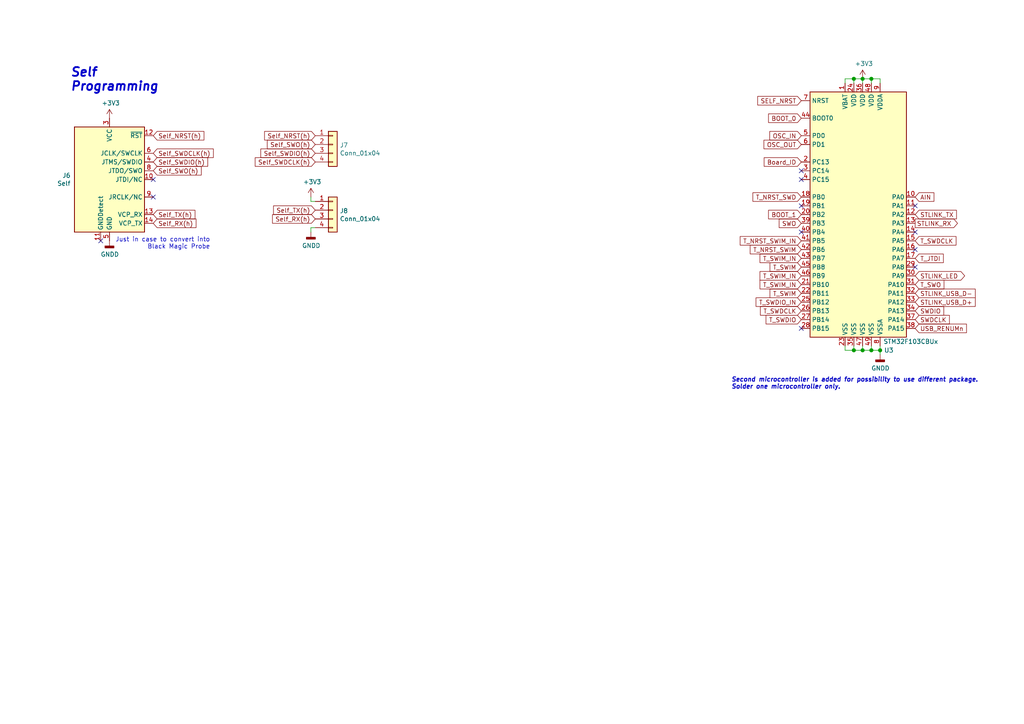
<source format=kicad_sch>
(kicad_sch (version 20210621) (generator eeschema)
  (paper "A4")
  (lib_symbols
    (symbol "Connector:Conn_ST_STDC14"
      (property "Reference" "J" (at -8.89 16.51 0))
      (property "Value" "Conn_ST_STDC14" (at 17.78 16.51 0))
      (symbol "Conn_ST_STDC14_0_1"
        (rectangle (start -10.16 15.24) (end 10.16 -15.24) (stroke (width 0.254)) (fill (type background)))
      )
      (symbol "Conn_ST_STDC14_1_1"
        (pin no_connect line (at -10.16 5.08 0) (length 2.54) hide (name "NC") (number "1"))
        (pin output line (at 12.7 0 180) (length 2.54) (name "JTDI/NC") (number "10"))
        (pin passive line (at -2.54 -17.78 90) (length 2.54) (name "GNDDetect") (number "11"))
        (pin open_collector line (at 12.7 12.7 180) (length 2.54) (name "~{RST}") (number "12"))
        (pin output line (at 12.7 -10.16 180) (length 2.54) (name "VCP_RX") (number "13"))
        (pin input line (at 12.7 -12.7 180) (length 2.54) (name "VCP_TX") (number "14"))
        (pin no_connect line (at -10.16 2.54 0) (length 2.54) hide (name "NC") (number "2"))
        (pin power_in line (at 0 17.78 270) (length 2.54) (name "VCC") (number "3"))
        (pin bidirectional line (at 12.7 5.08 180) (length 2.54) (name "JTMS/SWDIO") (number "4"))
        (pin power_in line (at 0 -17.78 90) (length 2.54) (name "GND") (number "5"))
        (pin output line (at 12.7 7.62 180) (length 2.54) (name "JCLK/SWCLK") (number "6"))
        (pin passive line (at 0 -17.78 90) (length 2.54) hide (name "GND") (number "7"))
        (pin input line (at 12.7 2.54 180) (length 2.54) (name "JTDO/SWO") (number "8"))
        (pin input line (at 12.7 -5.08 180) (length 2.54) (name "JRCLK/NC") (number "9"))
      )
    )
    (symbol "Connector_Generic:Conn_01x04" (pin_names (offset 1.016) hide)
      (property "Reference" "J" (at 0 5.08 0))
      (property "Value" "Conn_01x04" (at 0 -7.62 0))
      (symbol "Conn_01x04_1_1"
        (rectangle (start -1.27 -4.953) (end 0 -5.207) (stroke (width 0.1524)))
        (rectangle (start -1.27 -2.413) (end 0 -2.667) (stroke (width 0.1524)))
        (rectangle (start -1.27 0.127) (end 0 -0.127) (stroke (width 0.1524)))
        (rectangle (start -1.27 2.667) (end 0 2.413) (stroke (width 0.1524)))
        (rectangle (start -1.27 3.81) (end 1.27 -6.35) (stroke (width 0.254)) (fill (type background)))
        (pin passive line (at -5.08 2.54 0) (length 3.81) (name "Pin_1") (number "1"))
        (pin passive line (at -5.08 0 0) (length 3.81) (name "Pin_2") (number "2"))
        (pin passive line (at -5.08 -2.54 0) (length 3.81) (name "Pin_3") (number "3"))
        (pin passive line (at -5.08 -5.08 0) (length 3.81) (name "Pin_4") (number "4"))
      )
    )
    (symbol "MCU_ST_STM32F1:STM32F103CBUx"
      (property "Reference" "U" (at -15.24 36.83 0))
      (property "Value" "STM32F103CBUx" (at 7.62 36.83 0))
      (symbol "STM32F103CBUx_0_1"
        (rectangle (start -15.24 -35.56) (end 12.7 35.56) (stroke (width 0.254)) (fill (type background)))
      )
      (symbol "STM32F103CBUx_1_1"
        (pin power_in line (at -5.08 38.1 270) (length 2.54) (name "VBAT") (number "1"))
        (pin bidirectional line (at 15.24 5.08 180) (length 2.54) (name "PA0") (number "10"))
        (pin bidirectional line (at 15.24 2.54 180) (length 2.54) (name "PA1") (number "11"))
        (pin bidirectional line (at 15.24 0 180) (length 2.54) (name "PA2") (number "12"))
        (pin bidirectional line (at 15.24 -2.54 180) (length 2.54) (name "PA3") (number "13"))
        (pin bidirectional line (at 15.24 -5.08 180) (length 2.54) (name "PA4") (number "14"))
        (pin bidirectional line (at 15.24 -7.62 180) (length 2.54) (name "PA5") (number "15"))
        (pin bidirectional line (at 15.24 -10.16 180) (length 2.54) (name "PA6") (number "16"))
        (pin bidirectional line (at 15.24 -12.7 180) (length 2.54) (name "PA7") (number "17"))
        (pin bidirectional line (at -17.78 5.08 0) (length 2.54) (name "PB0") (number "18"))
        (pin bidirectional line (at -17.78 2.54 0) (length 2.54) (name "PB1") (number "19"))
        (pin bidirectional line (at -17.78 15.24 0) (length 2.54) (name "PC13") (number "2"))
        (pin bidirectional line (at -17.78 0 0) (length 2.54) (name "PB2") (number "20"))
        (pin bidirectional line (at -17.78 -20.32 0) (length 2.54) (name "PB10") (number "21"))
        (pin bidirectional line (at -17.78 -22.86 0) (length 2.54) (name "PB11") (number "22"))
        (pin power_in line (at -5.08 -38.1 90) (length 2.54) (name "VSS") (number "23"))
        (pin power_in line (at -2.54 38.1 270) (length 2.54) (name "VDD") (number "24"))
        (pin bidirectional line (at -17.78 -25.4 0) (length 2.54) (name "PB12") (number "25"))
        (pin bidirectional line (at -17.78 -27.94 0) (length 2.54) (name "PB13") (number "26"))
        (pin bidirectional line (at -17.78 -30.48 0) (length 2.54) (name "PB14") (number "27"))
        (pin bidirectional line (at -17.78 -33.02 0) (length 2.54) (name "PB15") (number "28"))
        (pin bidirectional line (at 15.24 -15.24 180) (length 2.54) (name "PA8") (number "29"))
        (pin bidirectional line (at -17.78 12.7 0) (length 2.54) (name "PC14") (number "3"))
        (pin bidirectional line (at 15.24 -17.78 180) (length 2.54) (name "PA9") (number "30"))
        (pin bidirectional line (at 15.24 -20.32 180) (length 2.54) (name "PA10") (number "31"))
        (pin bidirectional line (at 15.24 -22.86 180) (length 2.54) (name "PA11") (number "32"))
        (pin bidirectional line (at 15.24 -25.4 180) (length 2.54) (name "PA12") (number "33"))
        (pin bidirectional line (at 15.24 -27.94 180) (length 2.54) (name "PA13") (number "34"))
        (pin power_in line (at -2.54 -38.1 90) (length 2.54) (name "VSS") (number "35"))
        (pin power_in line (at 0 38.1 270) (length 2.54) (name "VDD") (number "36"))
        (pin bidirectional line (at 15.24 -30.48 180) (length 2.54) (name "PA14") (number "37"))
        (pin bidirectional line (at 15.24 -33.02 180) (length 2.54) (name "PA15") (number "38"))
        (pin bidirectional line (at -17.78 -2.54 0) (length 2.54) (name "PB3") (number "39"))
        (pin bidirectional line (at -17.78 10.16 0) (length 2.54) (name "PC15") (number "4"))
        (pin bidirectional line (at -17.78 -5.08 0) (length 2.54) (name "PB4") (number "40"))
        (pin bidirectional line (at -17.78 -7.62 0) (length 2.54) (name "PB5") (number "41"))
        (pin bidirectional line (at -17.78 -10.16 0) (length 2.54) (name "PB6") (number "42"))
        (pin bidirectional line (at -17.78 -12.7 0) (length 2.54) (name "PB7") (number "43"))
        (pin input line (at -17.78 27.94 0) (length 2.54) (name "BOOT0") (number "44"))
        (pin bidirectional line (at -17.78 -15.24 0) (length 2.54) (name "PB8") (number "45"))
        (pin bidirectional line (at -17.78 -17.78 0) (length 2.54) (name "PB9") (number "46"))
        (pin power_in line (at 0 -38.1 90) (length 2.54) (name "VSS") (number "47"))
        (pin power_in line (at 2.54 38.1 270) (length 2.54) (name "VDD") (number "48"))
        (pin power_in line (at 2.54 -38.1 90) (length 2.54) (name "VSS") (number "49"))
        (pin input line (at -17.78 22.86 0) (length 2.54) (name "PD0") (number "5"))
        (pin input line (at -17.78 20.32 0) (length 2.54) (name "PD1") (number "6"))
        (pin input line (at -17.78 33.02 0) (length 2.54) (name "NRST") (number "7"))
        (pin power_in line (at 5.08 -38.1 90) (length 2.54) (name "VSSA") (number "8"))
        (pin power_in line (at 5.08 38.1 270) (length 2.54) (name "VDDA") (number "9"))
      )
    )
    (symbol "power:+3.3V" (power) (pin_names (offset 0))
      (property "Value" "+3.3V" (at 0 3.556 0))
      (symbol "+3.3V_0_1"
        (polyline (pts (xy -0.762 1.27) (xy 0 2.54)))
        (polyline (pts (xy 0 0) (xy 0 2.54)))
        (polyline (pts (xy 0 2.54) (xy 0.762 1.27)))
      )
      (symbol "+3.3V_1_1"
        (pin power_in line (at 0 0 90) (length 0) hide (name "+3V3") (number "1"))
      )
    )
    (symbol "power:+3V3" (power) (pin_names (offset 0))
      (property "Value" "+3V3" (at 0 3.556 0))
      (symbol "+3V3_0_1"
        (polyline (pts (xy -0.762 1.27) (xy 0 2.54)))
        (polyline (pts (xy 0 0) (xy 0 2.54)))
        (polyline (pts (xy 0 2.54) (xy 0.762 1.27)))
      )
      (symbol "+3V3_1_1"
        (pin power_in line (at 0 0 90) (length 0) hide (name "+3V3") (number "1"))
      )
    )
    (symbol "power:GNDD" (power) (pin_names (offset 0))
      (property "Value" "GNDD" (at 0 -3.175 0))
      (symbol "GNDD_0_1"
        (rectangle (start -1.27 -1.524) (end 1.27 -2.032) (stroke (width 0.254)) (fill (type outline)))
        (polyline (pts (xy 0 0) (xy 0 -1.524)))
      )
      (symbol "GNDD_1_1"
        (pin power_in line (at 0 0 270) (length 0) hide (name "GNDD") (number "1"))
      )
    )
  )
  (junction (at 247.65 22.86) (diameter 1.016))
  (junction (at 247.65 101.6) (diameter 1.016))
  (junction (at 250.19 22.86) (diameter 1.016))
  (junction (at 250.19 101.6) (diameter 1.016))
  (junction (at 252.73 22.86) (diameter 1.016))
  (junction (at 252.73 101.6) (diameter 1.016))
  (junction (at 255.27 101.6) (diameter 1.016))
  (no_connect (at 29.21 69.85))
  (no_connect (at 44.45 52.07))
  (no_connect (at 44.45 57.15))
  (no_connect (at 232.41 49.53))
  (no_connect (at 232.41 52.07))
  (no_connect (at 232.41 59.69))
  (no_connect (at 232.41 67.31))
  (no_connect (at 232.41 95.25))
  (no_connect (at 265.43 59.69))
  (no_connect (at 265.43 67.31))
  (no_connect (at 265.43 72.39))
  (no_connect (at 265.43 77.47))
  (wire (pts (xy 90.17 58.42) (xy 90.17 57.15)))
  (wire (pts (xy 90.17 66.04) (xy 90.17 67.31)))
  (wire (pts (xy 91.44 58.42) (xy 90.17 58.42)))
  (wire (pts (xy 91.44 66.04) (xy 90.17 66.04)))
  (wire (pts (xy 245.11 22.86) (xy 247.65 22.86)))
  (wire (pts (xy 245.11 24.13) (xy 245.11 22.86)))
  (wire (pts (xy 245.11 100.33) (xy 245.11 101.6)))
  (wire (pts (xy 245.11 101.6) (xy 247.65 101.6)))
  (wire (pts (xy 247.65 22.86) (xy 250.19 22.86)))
  (wire (pts (xy 247.65 24.13) (xy 247.65 22.86)))
  (wire (pts (xy 247.65 100.33) (xy 247.65 101.6)))
  (wire (pts (xy 247.65 101.6) (xy 250.19 101.6)))
  (wire (pts (xy 250.19 22.86) (xy 252.73 22.86)))
  (wire (pts (xy 250.19 24.13) (xy 250.19 22.86)))
  (wire (pts (xy 250.19 100.33) (xy 250.19 101.6)))
  (wire (pts (xy 250.19 101.6) (xy 252.73 101.6)))
  (wire (pts (xy 252.73 22.86) (xy 255.27 22.86)))
  (wire (pts (xy 252.73 24.13) (xy 252.73 22.86)))
  (wire (pts (xy 252.73 100.33) (xy 252.73 101.6)))
  (wire (pts (xy 252.73 101.6) (xy 255.27 101.6)))
  (wire (pts (xy 255.27 24.13) (xy 255.27 22.86)))
  (wire (pts (xy 255.27 101.6) (xy 255.27 100.33)))
  (wire (pts (xy 255.27 102.87) (xy 255.27 101.6)))
  (text "Self\nProgramming" (at 20.32 26.67 0) (effects (font (size 2.54 2.54) (thickness 0.508) bold italic) (justify left bottom)))
  (text "Just in case to convert into\nBlack Magic Probe" (at 60.96 72.39 180) (effects (font (size 1.27 1.27)) (justify right bottom)))
  (text "Second microcontroller is added for possibility to use different package.\nSolder one microcontroller only." (at 212.09 113.03 0) (effects (font (size 1.27 1.27) (thickness 0.254) bold italic) (justify left bottom)))
  (global_label "Self_NRST(h)" (shape input) (at 44.45 39.37 0) (property "Intersheet References" "${INTERSHEET_REFS}" (effects hide)))
  (global_label "Self_SWDCLK(h)" (shape input) (at 44.45 44.45 0) (property "Intersheet References" "${INTERSHEET_REFS}" (effects hide)))
  (global_label "Self_SWDIO(h)" (shape input) (at 44.45 46.99 0) (property "Intersheet References" "${INTERSHEET_REFS}" (effects hide)))
  (global_label "Self_SWO(h)" (shape input) (at 44.45 49.53 0) (property "Intersheet References" "${INTERSHEET_REFS}" (effects hide)))
  (global_label "Self_TX(h)" (shape input) (at 44.45 62.23 0) (property "Intersheet References" "${INTERSHEET_REFS}" (effects hide)))
  (global_label "Self_RX(h)" (shape input) (at 44.45 64.77 0) (property "Intersheet References" "${INTERSHEET_REFS}" (effects hide)))
  (global_label "Self_NRST(h)" (shape input) (at 91.44 39.37 180) (property "Intersheet References" "${INTERSHEET_REFS}" (effects hide)))
  (global_label "Self_SWO(h)" (shape input) (at 91.44 41.91 180) (property "Intersheet References" "${INTERSHEET_REFS}" (effects hide)))
  (global_label "Self_SWDIO(h)" (shape input) (at 91.44 44.45 180) (property "Intersheet References" "${INTERSHEET_REFS}" (effects hide)))
  (global_label "Self_SWDCLK(h)" (shape input) (at 91.44 46.99 180) (property "Intersheet References" "${INTERSHEET_REFS}" (effects hide)))
  (global_label "Self_TX(h)" (shape input) (at 91.44 60.96 180) (property "Intersheet References" "${INTERSHEET_REFS}" (effects hide)))
  (global_label "Self_RX(h)" (shape input) (at 91.44 63.5 180) (property "Intersheet References" "${INTERSHEET_REFS}" (effects hide)))
  (global_label "SELF_NRST" (shape input) (at 232.41 29.21 180) (property "Intersheet References" "${INTERSHEET_REFS}" (effects hide)))
  (global_label "BOOT_0" (shape input) (at 232.41 34.29 180) (property "Intersheet References" "${INTERSHEET_REFS}" (effects hide)))
  (global_label "OSC_IN" (shape input) (at 232.41 39.37 180) (property "Intersheet References" "${INTERSHEET_REFS}" (effects hide)))
  (global_label "OSC_OUT" (shape input) (at 232.41 41.91 180) (property "Intersheet References" "${INTERSHEET_REFS}" (effects hide)))
  (global_label "Board_ID" (shape input) (at 232.41 46.99 180) (property "Intersheet References" "${INTERSHEET_REFS}" (effects hide)))
  (global_label "T_NRST_SWD" (shape input) (at 232.41 57.15 180) (property "Intersheet References" "${INTERSHEET_REFS}" (effects hide)))
  (global_label "BOOT_1" (shape input) (at 232.41 62.23 180) (property "Intersheet References" "${INTERSHEET_REFS}" (effects hide)))
  (global_label "SWO" (shape input) (at 232.41 64.77 180) (property "Intersheet References" "${INTERSHEET_REFS}" (effects hide)))
  (global_label "T_NRST_SWIM_IN" (shape input) (at 232.41 69.85 180) (property "Intersheet References" "${INTERSHEET_REFS}" (effects hide)))
  (global_label "T_NRST_SWIM" (shape input) (at 232.41 72.39 180) (property "Intersheet References" "${INTERSHEET_REFS}" (effects hide)))
  (global_label "T_SWIM_IN" (shape input) (at 232.41 74.93 180) (property "Intersheet References" "${INTERSHEET_REFS}" (effects hide)))
  (global_label "T_SWIM" (shape input) (at 232.41 77.47 180) (property "Intersheet References" "${INTERSHEET_REFS}" (effects hide)))
  (global_label "T_SWIM_IN" (shape input) (at 232.41 80.01 180) (property "Intersheet References" "${INTERSHEET_REFS}" (effects hide)))
  (global_label "T_SWIM_IN" (shape input) (at 232.41 82.55 180) (property "Intersheet References" "${INTERSHEET_REFS}" (effects hide)))
  (global_label "T_SWIM" (shape input) (at 232.41 85.09 180) (property "Intersheet References" "${INTERSHEET_REFS}" (effects hide)))
  (global_label "T_SWDIO_IN" (shape input) (at 232.41 87.63 180) (property "Intersheet References" "${INTERSHEET_REFS}" (effects hide)))
  (global_label "T_SWDCLK" (shape input) (at 232.41 90.17 180) (property "Intersheet References" "${INTERSHEET_REFS}" (effects hide)))
  (global_label "T_SWDIO" (shape input) (at 232.41 92.71 180) (property "Intersheet References" "${INTERSHEET_REFS}" (effects hide)))
  (global_label "AIN" (shape input) (at 265.43 57.15 0) (property "Intersheet References" "${INTERSHEET_REFS}" (effects hide)))
  (global_label "STLINK_TX" (shape input) (at 265.43 62.23 0) (property "Intersheet References" "${INTERSHEET_REFS}" (effects hide)))
  (global_label "STLINK_RX" (shape output) (at 265.43 64.77 0) (property "Intersheet References" "${INTERSHEET_REFS}" (effects hide)))
  (global_label "T_SWDCLK" (shape input) (at 265.43 69.85 0) (property "Intersheet References" "${INTERSHEET_REFS}" (effects hide)))
  (global_label "T_JTDI" (shape input) (at 265.43 74.93 0) (property "Intersheet References" "${INTERSHEET_REFS}" (effects hide)))
  (global_label "STLINK_LED" (shape bidirectional) (at 265.43 80.01 0) (property "Intersheet References" "${INTERSHEET_REFS}" (effects hide)))
  (global_label "T_SWO" (shape input) (at 265.43 82.55 0) (property "Intersheet References" "${INTERSHEET_REFS}" (effects hide)))
  (global_label "STLINK_USB_D-" (shape input) (at 265.43 85.09 0) (property "Intersheet References" "${INTERSHEET_REFS}" (effects hide)))
  (global_label "STLINK_USB_D+" (shape input) (at 265.43 87.63 0) (property "Intersheet References" "${INTERSHEET_REFS}" (effects hide)))
  (global_label "SWDIO" (shape input) (at 265.43 90.17 0) (property "Intersheet References" "${INTERSHEET_REFS}" (effects hide)))
  (global_label "SWDCLK" (shape input) (at 265.43 92.71 0) (property "Intersheet References" "${INTERSHEET_REFS}" (effects hide)))
  (global_label "USB_RENUMn" (shape input) (at 265.43 95.25 0) (property "Intersheet References" "${INTERSHEET_REFS}" (effects hide)))
  (symbol (lib_id "power:+3V3") (at 31.75 34.29 0) (unit 1)
    (property "Reference" "#PWR051" (effects hide))
    (property "Value" "+3V3" (at 32.131 29.8958 0))
  )
  (symbol (lib_id "power:+3V3") (at 90.17 57.15 0) (unit 1)
    (property "Reference" "#PWR053" (effects hide))
    (property "Value" "+3V3" (at 90.551 52.7558 0))
  )
  (symbol (lib_id "power:+3.3V") (at 250.19 22.86 0) (unit 1)
    (property "Reference" "#PWR050" (effects hide))
    (property "Value" "+3.3V" (at 250.571 18.4658 0))
  )
  (symbol (lib_id "power:GNDD") (at 31.75 69.85 0) (unit 1)
    (property "Reference" "#PWR052" (effects hide))
    (property "Value" "GNDD" (at 31.8516 73.787 0))
  )
  (symbol (lib_id "power:GNDD") (at 90.17 67.31 0) (unit 1)
    (property "Reference" "#PWR054" (effects hide))
    (property "Value" "GNDD" (at 90.2716 71.247 0))
  )
  (symbol (lib_id "power:GNDD") (at 255.27 102.87 0) (unit 1)
    (property "Reference" "#PWR055" (effects hide))
    (property "Value" "GNDD" (at 255.3716 106.807 0))
  )
  (symbol (lib_id "Connector_Generic:Conn_01x04") (at 96.52 41.91 0) (unit 1)
    (property "Reference" "J7" (at 98.552 42.1132 0) (effects (justify left)))
    (property "Value" "Conn_01x04" (at 98.552 44.4246 0) (effects (justify left)))
    (property "Footprint" "Connector_PinHeader_2.54mm:PinHeader_1x04_P2.54mm_Vertical" (effects hide))
  )
  (symbol (lib_id "Connector_Generic:Conn_01x04") (at 96.52 60.96 0) (unit 1)
    (property "Reference" "J8" (at 98.552 61.1632 0) (effects (justify left)))
    (property "Value" "Conn_01x04" (at 98.552 63.4746 0) (effects (justify left)))
    (property "Footprint" "Connector_PinHeader_2.54mm:PinHeader_1x04_P2.54mm_Vertical" (effects hide))
  )
  (symbol (lib_id "Connector:Conn_ST_STDC14") (at 31.75 52.07 0) (unit 1)
    (property "Reference" "J6" (at 20.4978 50.9016 0) (effects (justify right)))
    (property "Value" "Self" (at 20.4978 53.213 0) (effects (justify right)))
    (property "Footprint" "Connector_PinHeader_1.27mm:PinHeader_2x07_P1.27mm_Vertical_SMD" (effects hide))
    (property "Datasheet" "https://www.st.com/content/ccc/resource/technical/document/user_manual/group1/99/49/91/b6/b2/3a/46/e5/DM00526767/files/DM00526767.pdf/jcr:content/translations/en.DM00526767.pdf" (effects hide))
  )
  (symbol (lib_id "MCU_ST_STM32F1:STM32F103CBUx") (at 250.19 62.23 0) (unit 1)
    (property "Reference" "U3" (at 257.81 101.6 0))
    (property "Value" "STM32F103CBUx" (at 264.16 99.06 0))
    (property "Footprint" "Package_DFN_QFN:QFN-48-1EP_7x7mm_P0.5mm_EP5.6x5.6mm" (effects hide))
    (property "Datasheet" "http://www.st.com/st-web-ui/static/active/en/resource/technical/document/datasheet/CD00161566.pdf" (effects hide))
  )
)
</source>
